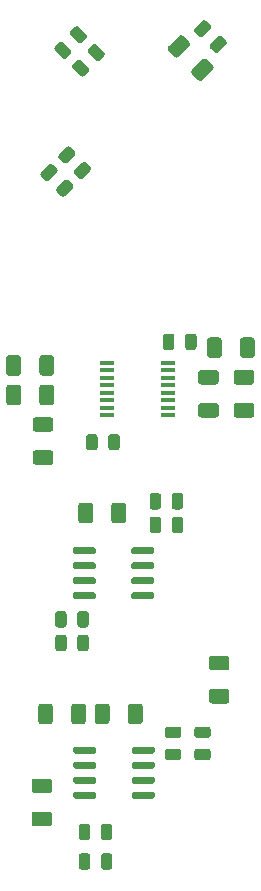
<source format=gbr>
%TF.GenerationSoftware,KiCad,Pcbnew,(5.1.6-0-10_14)*%
%TF.CreationDate,2020-08-22T01:25:31+09:00*%
%TF.ProjectId,break,62726561-6b2e-46b6-9963-61645f706362,rev?*%
%TF.SameCoordinates,Original*%
%TF.FileFunction,Paste,Top*%
%TF.FilePolarity,Positive*%
%FSLAX46Y46*%
G04 Gerber Fmt 4.6, Leading zero omitted, Abs format (unit mm)*
G04 Created by KiCad (PCBNEW (5.1.6-0-10_14)) date 2020-08-22 01:25:31*
%MOMM*%
%LPD*%
G01*
G04 APERTURE LIST*
%ADD10R,1.200000X0.400000*%
G04 APERTURE END LIST*
%TO.C,C1*%
G36*
G01*
X456250Y-141425000D02*
X-456250Y-141425000D01*
G75*
G02*
X-700000Y-141181250I0J243750D01*
G01*
X-700000Y-140693750D01*
G75*
G02*
X-456250Y-140450000I243750J0D01*
G01*
X456250Y-140450000D01*
G75*
G02*
X700000Y-140693750I0J-243750D01*
G01*
X700000Y-141181250D01*
G75*
G02*
X456250Y-141425000I-243750J0D01*
G01*
G37*
G36*
G01*
X456250Y-139550000D02*
X-456250Y-139550000D01*
G75*
G02*
X-700000Y-139306250I0J243750D01*
G01*
X-700000Y-138818750D01*
G75*
G02*
X-456250Y-138575000I243750J0D01*
G01*
X456250Y-138575000D01*
G75*
G02*
X700000Y-138818750I0J-243750D01*
G01*
X700000Y-139306250D01*
G75*
G02*
X456250Y-139550000I-243750J0D01*
G01*
G37*
%TD*%
%TO.C,C2*%
G36*
G01*
X2956250Y-139550000D02*
X2043750Y-139550000D01*
G75*
G02*
X1800000Y-139306250I0J243750D01*
G01*
X1800000Y-138818750D01*
G75*
G02*
X2043750Y-138575000I243750J0D01*
G01*
X2956250Y-138575000D01*
G75*
G02*
X3200000Y-138818750I0J-243750D01*
G01*
X3200000Y-139306250D01*
G75*
G02*
X2956250Y-139550000I-243750J0D01*
G01*
G37*
G36*
G01*
X2956250Y-141425000D02*
X2043750Y-141425000D01*
G75*
G02*
X1800000Y-141181250I0J243750D01*
G01*
X1800000Y-140693750D01*
G75*
G02*
X2043750Y-140450000I243750J0D01*
G01*
X2956250Y-140450000D01*
G75*
G02*
X3200000Y-140693750I0J-243750D01*
G01*
X3200000Y-141181250D01*
G75*
G02*
X2956250Y-141425000I-243750J0D01*
G01*
G37*
%TD*%
%TO.C,C3*%
G36*
G01*
X-6112500Y-147956250D02*
X-6112500Y-147043750D01*
G75*
G02*
X-5868750Y-146800000I243750J0D01*
G01*
X-5381250Y-146800000D01*
G75*
G02*
X-5137500Y-147043750I0J-243750D01*
G01*
X-5137500Y-147956250D01*
G75*
G02*
X-5381250Y-148200000I-243750J0D01*
G01*
X-5868750Y-148200000D01*
G75*
G02*
X-6112500Y-147956250I0J243750D01*
G01*
G37*
G36*
G01*
X-7987500Y-147956250D02*
X-7987500Y-147043750D01*
G75*
G02*
X-7743750Y-146800000I243750J0D01*
G01*
X-7256250Y-146800000D01*
G75*
G02*
X-7012500Y-147043750I0J-243750D01*
G01*
X-7012500Y-147956250D01*
G75*
G02*
X-7256250Y-148200000I-243750J0D01*
G01*
X-7743750Y-148200000D01*
G75*
G02*
X-7987500Y-147956250I0J243750D01*
G01*
G37*
%TD*%
%TO.C,C4*%
G36*
G01*
X-7987500Y-150456250D02*
X-7987500Y-149543750D01*
G75*
G02*
X-7743750Y-149300000I243750J0D01*
G01*
X-7256250Y-149300000D01*
G75*
G02*
X-7012500Y-149543750I0J-243750D01*
G01*
X-7012500Y-150456250D01*
G75*
G02*
X-7256250Y-150700000I-243750J0D01*
G01*
X-7743750Y-150700000D01*
G75*
G02*
X-7987500Y-150456250I0J243750D01*
G01*
G37*
G36*
G01*
X-6112500Y-150456250D02*
X-6112500Y-149543750D01*
G75*
G02*
X-5868750Y-149300000I243750J0D01*
G01*
X-5381250Y-149300000D01*
G75*
G02*
X-5137500Y-149543750I0J-243750D01*
G01*
X-5137500Y-150456250D01*
G75*
G02*
X-5381250Y-150700000I-243750J0D01*
G01*
X-5868750Y-150700000D01*
G75*
G02*
X-6112500Y-150456250I0J243750D01*
G01*
G37*
%TD*%
%TO.C,C5*%
G36*
G01*
X-9987500Y-129956250D02*
X-9987500Y-129043750D01*
G75*
G02*
X-9743750Y-128800000I243750J0D01*
G01*
X-9256250Y-128800000D01*
G75*
G02*
X-9012500Y-129043750I0J-243750D01*
G01*
X-9012500Y-129956250D01*
G75*
G02*
X-9256250Y-130200000I-243750J0D01*
G01*
X-9743750Y-130200000D01*
G75*
G02*
X-9987500Y-129956250I0J243750D01*
G01*
G37*
G36*
G01*
X-8112500Y-129956250D02*
X-8112500Y-129043750D01*
G75*
G02*
X-7868750Y-128800000I243750J0D01*
G01*
X-7381250Y-128800000D01*
G75*
G02*
X-7137500Y-129043750I0J-243750D01*
G01*
X-7137500Y-129956250D01*
G75*
G02*
X-7381250Y-130200000I-243750J0D01*
G01*
X-7868750Y-130200000D01*
G75*
G02*
X-8112500Y-129956250I0J243750D01*
G01*
G37*
%TD*%
%TO.C,C6*%
G36*
G01*
X-9987500Y-131956250D02*
X-9987500Y-131043750D01*
G75*
G02*
X-9743750Y-130800000I243750J0D01*
G01*
X-9256250Y-130800000D01*
G75*
G02*
X-9012500Y-131043750I0J-243750D01*
G01*
X-9012500Y-131956250D01*
G75*
G02*
X-9256250Y-132200000I-243750J0D01*
G01*
X-9743750Y-132200000D01*
G75*
G02*
X-9987500Y-131956250I0J243750D01*
G01*
G37*
G36*
G01*
X-8112500Y-131956250D02*
X-8112500Y-131043750D01*
G75*
G02*
X-7868750Y-130800000I243750J0D01*
G01*
X-7381250Y-130800000D01*
G75*
G02*
X-7137500Y-131043750I0J-243750D01*
G01*
X-7137500Y-131956250D01*
G75*
G02*
X-7381250Y-132200000I-243750J0D01*
G01*
X-7868750Y-132200000D01*
G75*
G02*
X-8112500Y-131956250I0J243750D01*
G01*
G37*
%TD*%
%TO.C,C7*%
G36*
G01*
X-1987500Y-121956250D02*
X-1987500Y-121043750D01*
G75*
G02*
X-1743750Y-120800000I243750J0D01*
G01*
X-1256250Y-120800000D01*
G75*
G02*
X-1012500Y-121043750I0J-243750D01*
G01*
X-1012500Y-121956250D01*
G75*
G02*
X-1256250Y-122200000I-243750J0D01*
G01*
X-1743750Y-122200000D01*
G75*
G02*
X-1987500Y-121956250I0J243750D01*
G01*
G37*
G36*
G01*
X-112500Y-121956250D02*
X-112500Y-121043750D01*
G75*
G02*
X131250Y-120800000I243750J0D01*
G01*
X618750Y-120800000D01*
G75*
G02*
X862500Y-121043750I0J-243750D01*
G01*
X862500Y-121956250D01*
G75*
G02*
X618750Y-122200000I-243750J0D01*
G01*
X131250Y-122200000D01*
G75*
G02*
X-112500Y-121956250I0J243750D01*
G01*
G37*
%TD*%
%TO.C,C8*%
G36*
G01*
X-112500Y-119956250D02*
X-112500Y-119043750D01*
G75*
G02*
X131250Y-118800000I243750J0D01*
G01*
X618750Y-118800000D01*
G75*
G02*
X862500Y-119043750I0J-243750D01*
G01*
X862500Y-119956250D01*
G75*
G02*
X618750Y-120200000I-243750J0D01*
G01*
X131250Y-120200000D01*
G75*
G02*
X-112500Y-119956250I0J243750D01*
G01*
G37*
G36*
G01*
X-1987500Y-119956250D02*
X-1987500Y-119043750D01*
G75*
G02*
X-1743750Y-118800000I243750J0D01*
G01*
X-1256250Y-118800000D01*
G75*
G02*
X-1012500Y-119043750I0J-243750D01*
G01*
X-1012500Y-119956250D01*
G75*
G02*
X-1256250Y-120200000I-243750J0D01*
G01*
X-1743750Y-120200000D01*
G75*
G02*
X-1987500Y-119956250I0J243750D01*
G01*
G37*
%TD*%
%TO.C,C9*%
G36*
G01*
X-7006842Y-91522097D02*
X-7652077Y-92167332D01*
G75*
G02*
X-7996791Y-92167332I-172357J172357D01*
G01*
X-8341506Y-91822617D01*
G75*
G02*
X-8341506Y-91477903I172357J172357D01*
G01*
X-7696271Y-90832668D01*
G75*
G02*
X-7351557Y-90832668I172357J-172357D01*
G01*
X-7006842Y-91177383D01*
G75*
G02*
X-7006842Y-91522097I-172357J-172357D01*
G01*
G37*
G36*
G01*
X-8332668Y-90196271D02*
X-8977903Y-90841506D01*
G75*
G02*
X-9322617Y-90841506I-172357J172357D01*
G01*
X-9667332Y-90496791D01*
G75*
G02*
X-9667332Y-90152077I172357J172357D01*
G01*
X-9022097Y-89506842D01*
G75*
G02*
X-8677383Y-89506842I172357J-172357D01*
G01*
X-8332668Y-89851557D01*
G75*
G02*
X-8332668Y-90196271I-172357J-172357D01*
G01*
G37*
%TD*%
%TO.C,C10*%
G36*
G01*
X-9832668Y-91696271D02*
X-10477903Y-92341506D01*
G75*
G02*
X-10822617Y-92341506I-172357J172357D01*
G01*
X-11167332Y-91996791D01*
G75*
G02*
X-11167332Y-91652077I172357J172357D01*
G01*
X-10522097Y-91006842D01*
G75*
G02*
X-10177383Y-91006842I172357J-172357D01*
G01*
X-9832668Y-91351557D01*
G75*
G02*
X-9832668Y-91696271I-172357J-172357D01*
G01*
G37*
G36*
G01*
X-8506842Y-93022097D02*
X-9152077Y-93667332D01*
G75*
G02*
X-9496791Y-93667332I-172357J172357D01*
G01*
X-9841506Y-93322617D01*
G75*
G02*
X-9841506Y-92977903I172357J172357D01*
G01*
X-9196271Y-92332668D01*
G75*
G02*
X-8851557Y-92332668I172357J-172357D01*
G01*
X-8506842Y-92677383D01*
G75*
G02*
X-8506842Y-93022097I-172357J-172357D01*
G01*
G37*
%TD*%
%TO.C,C11*%
G36*
G01*
X-6477903Y-80832668D02*
X-5832668Y-81477903D01*
G75*
G02*
X-5832668Y-81822617I-172357J-172357D01*
G01*
X-6177383Y-82167332D01*
G75*
G02*
X-6522097Y-82167332I-172357J172357D01*
G01*
X-7167332Y-81522097D01*
G75*
G02*
X-7167332Y-81177383I172357J172357D01*
G01*
X-6822617Y-80832668D01*
G75*
G02*
X-6477903Y-80832668I172357J-172357D01*
G01*
G37*
G36*
G01*
X-7803729Y-82158494D02*
X-7158494Y-82803729D01*
G75*
G02*
X-7158494Y-83148443I-172357J-172357D01*
G01*
X-7503209Y-83493158D01*
G75*
G02*
X-7847923Y-83493158I-172357J172357D01*
G01*
X-8493158Y-82847923D01*
G75*
G02*
X-8493158Y-82503209I172357J172357D01*
G01*
X-8148443Y-82158494D01*
G75*
G02*
X-7803729Y-82158494I172357J-172357D01*
G01*
G37*
%TD*%
%TO.C,C12*%
G36*
G01*
X3158494Y-80803729D02*
X3803729Y-80158494D01*
G75*
G02*
X4148443Y-80158494I172357J-172357D01*
G01*
X4493158Y-80503209D01*
G75*
G02*
X4493158Y-80847923I-172357J-172357D01*
G01*
X3847923Y-81493158D01*
G75*
G02*
X3503209Y-81493158I-172357J172357D01*
G01*
X3158494Y-81148443D01*
G75*
G02*
X3158494Y-80803729I172357J172357D01*
G01*
G37*
G36*
G01*
X1832668Y-79477903D02*
X2477903Y-78832668D01*
G75*
G02*
X2822617Y-78832668I172357J-172357D01*
G01*
X3167332Y-79177383D01*
G75*
G02*
X3167332Y-79522097I-172357J-172357D01*
G01*
X2522097Y-80167332D01*
G75*
G02*
X2177383Y-80167332I-172357J172357D01*
G01*
X1832668Y-79822617D01*
G75*
G02*
X1832668Y-79477903I172357J172357D01*
G01*
G37*
%TD*%
%TO.C,C13*%
G36*
G01*
X-9303729Y-80658494D02*
X-8658494Y-81303729D01*
G75*
G02*
X-8658494Y-81648443I-172357J-172357D01*
G01*
X-9003209Y-81993158D01*
G75*
G02*
X-9347923Y-81993158I-172357J172357D01*
G01*
X-9993158Y-81347923D01*
G75*
G02*
X-9993158Y-81003209I172357J172357D01*
G01*
X-9648443Y-80658494D01*
G75*
G02*
X-9303729Y-80658494I172357J-172357D01*
G01*
G37*
G36*
G01*
X-7977903Y-79332668D02*
X-7332668Y-79977903D01*
G75*
G02*
X-7332668Y-80322617I-172357J-172357D01*
G01*
X-7677383Y-80667332D01*
G75*
G02*
X-8022097Y-80667332I-172357J172357D01*
G01*
X-8667332Y-80022097D01*
G75*
G02*
X-8667332Y-79677383I172357J172357D01*
G01*
X-8322617Y-79332668D01*
G75*
G02*
X-7977903Y-79332668I172357J-172357D01*
G01*
G37*
%TD*%
%TO.C,C14*%
G36*
G01*
X-5487500Y-114956250D02*
X-5487500Y-114043750D01*
G75*
G02*
X-5243750Y-113800000I243750J0D01*
G01*
X-4756250Y-113800000D01*
G75*
G02*
X-4512500Y-114043750I0J-243750D01*
G01*
X-4512500Y-114956250D01*
G75*
G02*
X-4756250Y-115200000I-243750J0D01*
G01*
X-5243750Y-115200000D01*
G75*
G02*
X-5487500Y-114956250I0J243750D01*
G01*
G37*
G36*
G01*
X-7362500Y-114956250D02*
X-7362500Y-114043750D01*
G75*
G02*
X-7118750Y-113800000I243750J0D01*
G01*
X-6631250Y-113800000D01*
G75*
G02*
X-6387500Y-114043750I0J-243750D01*
G01*
X-6387500Y-114956250D01*
G75*
G02*
X-6631250Y-115200000I-243750J0D01*
G01*
X-7118750Y-115200000D01*
G75*
G02*
X-7362500Y-114956250I0J243750D01*
G01*
G37*
%TD*%
%TO.C,C15*%
G36*
G01*
X-862500Y-106456250D02*
X-862500Y-105543750D01*
G75*
G02*
X-618750Y-105300000I243750J0D01*
G01*
X-131250Y-105300000D01*
G75*
G02*
X112500Y-105543750I0J-243750D01*
G01*
X112500Y-106456250D01*
G75*
G02*
X-131250Y-106700000I-243750J0D01*
G01*
X-618750Y-106700000D01*
G75*
G02*
X-862500Y-106456250I0J243750D01*
G01*
G37*
G36*
G01*
X1012500Y-106456250D02*
X1012500Y-105543750D01*
G75*
G02*
X1256250Y-105300000I243750J0D01*
G01*
X1743750Y-105300000D01*
G75*
G02*
X1987500Y-105543750I0J-243750D01*
G01*
X1987500Y-106456250D01*
G75*
G02*
X1743750Y-106700000I-243750J0D01*
G01*
X1256250Y-106700000D01*
G75*
G02*
X1012500Y-106456250I0J243750D01*
G01*
G37*
%TD*%
%TO.C,R1*%
G36*
G01*
X-11725000Y-142975000D02*
X-10475000Y-142975000D01*
G75*
G02*
X-10225000Y-143225000I0J-250000D01*
G01*
X-10225000Y-143975000D01*
G75*
G02*
X-10475000Y-144225000I-250000J0D01*
G01*
X-11725000Y-144225000D01*
G75*
G02*
X-11975000Y-143975000I0J250000D01*
G01*
X-11975000Y-143225000D01*
G75*
G02*
X-11725000Y-142975000I250000J0D01*
G01*
G37*
G36*
G01*
X-11725000Y-145775000D02*
X-10475000Y-145775000D01*
G75*
G02*
X-10225000Y-146025000I0J-250000D01*
G01*
X-10225000Y-146775000D01*
G75*
G02*
X-10475000Y-147025000I-250000J0D01*
G01*
X-11725000Y-147025000D01*
G75*
G02*
X-11975000Y-146775000I0J250000D01*
G01*
X-11975000Y-146025000D01*
G75*
G02*
X-11725000Y-145775000I250000J0D01*
G01*
G37*
%TD*%
%TO.C,R2*%
G36*
G01*
X-5375000Y-136875000D02*
X-5375000Y-138125000D01*
G75*
G02*
X-5625000Y-138375000I-250000J0D01*
G01*
X-6375000Y-138375000D01*
G75*
G02*
X-6625000Y-138125000I0J250000D01*
G01*
X-6625000Y-136875000D01*
G75*
G02*
X-6375000Y-136625000I250000J0D01*
G01*
X-5625000Y-136625000D01*
G75*
G02*
X-5375000Y-136875000I0J-250000D01*
G01*
G37*
G36*
G01*
X-2575000Y-136875000D02*
X-2575000Y-138125000D01*
G75*
G02*
X-2825000Y-138375000I-250000J0D01*
G01*
X-3575000Y-138375000D01*
G75*
G02*
X-3825000Y-138125000I0J250000D01*
G01*
X-3825000Y-136875000D01*
G75*
G02*
X-3575000Y-136625000I250000J0D01*
G01*
X-2825000Y-136625000D01*
G75*
G02*
X-2575000Y-136875000I0J-250000D01*
G01*
G37*
%TD*%
%TO.C,R3*%
G36*
G01*
X-7375000Y-136875000D02*
X-7375000Y-138125000D01*
G75*
G02*
X-7625000Y-138375000I-250000J0D01*
G01*
X-8375000Y-138375000D01*
G75*
G02*
X-8625000Y-138125000I0J250000D01*
G01*
X-8625000Y-136875000D01*
G75*
G02*
X-8375000Y-136625000I250000J0D01*
G01*
X-7625000Y-136625000D01*
G75*
G02*
X-7375000Y-136875000I0J-250000D01*
G01*
G37*
G36*
G01*
X-10175000Y-136875000D02*
X-10175000Y-138125000D01*
G75*
G02*
X-10425000Y-138375000I-250000J0D01*
G01*
X-11175000Y-138375000D01*
G75*
G02*
X-11425000Y-138125000I0J250000D01*
G01*
X-11425000Y-136875000D01*
G75*
G02*
X-11175000Y-136625000I250000J0D01*
G01*
X-10425000Y-136625000D01*
G75*
G02*
X-10175000Y-136875000I0J-250000D01*
G01*
G37*
%TD*%
%TO.C,R4*%
G36*
G01*
X3275000Y-135375000D02*
X4525000Y-135375000D01*
G75*
G02*
X4775000Y-135625000I0J-250000D01*
G01*
X4775000Y-136375000D01*
G75*
G02*
X4525000Y-136625000I-250000J0D01*
G01*
X3275000Y-136625000D01*
G75*
G02*
X3025000Y-136375000I0J250000D01*
G01*
X3025000Y-135625000D01*
G75*
G02*
X3275000Y-135375000I250000J0D01*
G01*
G37*
G36*
G01*
X3275000Y-132575000D02*
X4525000Y-132575000D01*
G75*
G02*
X4775000Y-132825000I0J-250000D01*
G01*
X4775000Y-133575000D01*
G75*
G02*
X4525000Y-133825000I-250000J0D01*
G01*
X3275000Y-133825000D01*
G75*
G02*
X3025000Y-133575000I0J250000D01*
G01*
X3025000Y-132825000D01*
G75*
G02*
X3275000Y-132575000I250000J0D01*
G01*
G37*
%TD*%
%TO.C,R5*%
G36*
G01*
X-5225000Y-121125000D02*
X-5225000Y-119875000D01*
G75*
G02*
X-4975000Y-119625000I250000J0D01*
G01*
X-4225000Y-119625000D01*
G75*
G02*
X-3975000Y-119875000I0J-250000D01*
G01*
X-3975000Y-121125000D01*
G75*
G02*
X-4225000Y-121375000I-250000J0D01*
G01*
X-4975000Y-121375000D01*
G75*
G02*
X-5225000Y-121125000I0J250000D01*
G01*
G37*
G36*
G01*
X-8025000Y-121125000D02*
X-8025000Y-119875000D01*
G75*
G02*
X-7775000Y-119625000I250000J0D01*
G01*
X-7025000Y-119625000D01*
G75*
G02*
X-6775000Y-119875000I0J-250000D01*
G01*
X-6775000Y-121125000D01*
G75*
G02*
X-7025000Y-121375000I-250000J0D01*
G01*
X-7775000Y-121375000D01*
G75*
G02*
X-8025000Y-121125000I0J250000D01*
G01*
G37*
%TD*%
%TO.C,R6*%
G36*
G01*
X-383883Y-80989949D02*
X500000Y-80106065D01*
G75*
G02*
X853554Y-80106065I176777J-176777D01*
G01*
X1383884Y-80636395D01*
G75*
G02*
X1383884Y-80989949I-176777J-176777D01*
G01*
X500000Y-81873833D01*
G75*
G02*
X146446Y-81873833I-176777J176777D01*
G01*
X-383884Y-81343503D01*
G75*
G02*
X-383884Y-80989949I176777J176777D01*
G01*
G37*
G36*
G01*
X1596015Y-82969847D02*
X2479898Y-82085963D01*
G75*
G02*
X2833452Y-82085963I176777J-176777D01*
G01*
X3363782Y-82616293D01*
G75*
G02*
X3363782Y-82969847I-176777J-176777D01*
G01*
X2479898Y-83853731D01*
G75*
G02*
X2126344Y-83853731I-176777J176777D01*
G01*
X1596014Y-83323401D01*
G75*
G02*
X1596014Y-82969847I176777J176777D01*
G01*
G37*
%TD*%
%TO.C,R7*%
G36*
G01*
X6625000Y-112425000D02*
X5375000Y-112425000D01*
G75*
G02*
X5125000Y-112175000I0J250000D01*
G01*
X5125000Y-111425000D01*
G75*
G02*
X5375000Y-111175000I250000J0D01*
G01*
X6625000Y-111175000D01*
G75*
G02*
X6875000Y-111425000I0J-250000D01*
G01*
X6875000Y-112175000D01*
G75*
G02*
X6625000Y-112425000I-250000J0D01*
G01*
G37*
G36*
G01*
X6625000Y-109625000D02*
X5375000Y-109625000D01*
G75*
G02*
X5125000Y-109375000I0J250000D01*
G01*
X5125000Y-108625000D01*
G75*
G02*
X5375000Y-108375000I250000J0D01*
G01*
X6625000Y-108375000D01*
G75*
G02*
X6875000Y-108625000I0J-250000D01*
G01*
X6875000Y-109375000D01*
G75*
G02*
X6625000Y-109625000I-250000J0D01*
G01*
G37*
%TD*%
%TO.C,R8*%
G36*
G01*
X2875000Y-107125000D02*
X2875000Y-105875000D01*
G75*
G02*
X3125000Y-105625000I250000J0D01*
G01*
X3875000Y-105625000D01*
G75*
G02*
X4125000Y-105875000I0J-250000D01*
G01*
X4125000Y-107125000D01*
G75*
G02*
X3875000Y-107375000I-250000J0D01*
G01*
X3125000Y-107375000D01*
G75*
G02*
X2875000Y-107125000I0J250000D01*
G01*
G37*
G36*
G01*
X5675000Y-107125000D02*
X5675000Y-105875000D01*
G75*
G02*
X5925000Y-105625000I250000J0D01*
G01*
X6675000Y-105625000D01*
G75*
G02*
X6925000Y-105875000I0J-250000D01*
G01*
X6925000Y-107125000D01*
G75*
G02*
X6675000Y-107375000I-250000J0D01*
G01*
X5925000Y-107375000D01*
G75*
G02*
X5675000Y-107125000I0J250000D01*
G01*
G37*
%TD*%
%TO.C,R9*%
G36*
G01*
X2375000Y-111175000D02*
X3625000Y-111175000D01*
G75*
G02*
X3875000Y-111425000I0J-250000D01*
G01*
X3875000Y-112175000D01*
G75*
G02*
X3625000Y-112425000I-250000J0D01*
G01*
X2375000Y-112425000D01*
G75*
G02*
X2125000Y-112175000I0J250000D01*
G01*
X2125000Y-111425000D01*
G75*
G02*
X2375000Y-111175000I250000J0D01*
G01*
G37*
G36*
G01*
X2375000Y-108375000D02*
X3625000Y-108375000D01*
G75*
G02*
X3875000Y-108625000I0J-250000D01*
G01*
X3875000Y-109375000D01*
G75*
G02*
X3625000Y-109625000I-250000J0D01*
G01*
X2375000Y-109625000D01*
G75*
G02*
X2125000Y-109375000I0J250000D01*
G01*
X2125000Y-108625000D01*
G75*
G02*
X2375000Y-108375000I250000J0D01*
G01*
G37*
%TD*%
%TO.C,R10*%
G36*
G01*
X-11325000Y-111125000D02*
X-11325000Y-109875000D01*
G75*
G02*
X-11075000Y-109625000I250000J0D01*
G01*
X-10325000Y-109625000D01*
G75*
G02*
X-10075000Y-109875000I0J-250000D01*
G01*
X-10075000Y-111125000D01*
G75*
G02*
X-10325000Y-111375000I-250000J0D01*
G01*
X-11075000Y-111375000D01*
G75*
G02*
X-11325000Y-111125000I0J250000D01*
G01*
G37*
G36*
G01*
X-14125000Y-111125000D02*
X-14125000Y-109875000D01*
G75*
G02*
X-13875000Y-109625000I250000J0D01*
G01*
X-13125000Y-109625000D01*
G75*
G02*
X-12875000Y-109875000I0J-250000D01*
G01*
X-12875000Y-111125000D01*
G75*
G02*
X-13125000Y-111375000I-250000J0D01*
G01*
X-13875000Y-111375000D01*
G75*
G02*
X-14125000Y-111125000I0J250000D01*
G01*
G37*
%TD*%
%TO.C,R11*%
G36*
G01*
X-10375000Y-113625000D02*
X-11625000Y-113625000D01*
G75*
G02*
X-11875000Y-113375000I0J250000D01*
G01*
X-11875000Y-112625000D01*
G75*
G02*
X-11625000Y-112375000I250000J0D01*
G01*
X-10375000Y-112375000D01*
G75*
G02*
X-10125000Y-112625000I0J-250000D01*
G01*
X-10125000Y-113375000D01*
G75*
G02*
X-10375000Y-113625000I-250000J0D01*
G01*
G37*
G36*
G01*
X-10375000Y-116425000D02*
X-11625000Y-116425000D01*
G75*
G02*
X-11875000Y-116175000I0J250000D01*
G01*
X-11875000Y-115425000D01*
G75*
G02*
X-11625000Y-115175000I250000J0D01*
G01*
X-10375000Y-115175000D01*
G75*
G02*
X-10125000Y-115425000I0J-250000D01*
G01*
X-10125000Y-116175000D01*
G75*
G02*
X-10375000Y-116425000I-250000J0D01*
G01*
G37*
%TD*%
%TO.C,R12*%
G36*
G01*
X-14125000Y-108625000D02*
X-14125000Y-107375000D01*
G75*
G02*
X-13875000Y-107125000I250000J0D01*
G01*
X-13125000Y-107125000D01*
G75*
G02*
X-12875000Y-107375000I0J-250000D01*
G01*
X-12875000Y-108625000D01*
G75*
G02*
X-13125000Y-108875000I-250000J0D01*
G01*
X-13875000Y-108875000D01*
G75*
G02*
X-14125000Y-108625000I0J250000D01*
G01*
G37*
G36*
G01*
X-11325000Y-108625000D02*
X-11325000Y-107375000D01*
G75*
G02*
X-11075000Y-107125000I250000J0D01*
G01*
X-10325000Y-107125000D01*
G75*
G02*
X-10075000Y-107375000I0J-250000D01*
G01*
X-10075000Y-108625000D01*
G75*
G02*
X-10325000Y-108875000I-250000J0D01*
G01*
X-11075000Y-108875000D01*
G75*
G02*
X-11325000Y-108625000I0J250000D01*
G01*
G37*
%TD*%
%TO.C,U1*%
G36*
G01*
X-3500000Y-140745000D02*
X-3500000Y-140445000D01*
G75*
G02*
X-3350000Y-140295000I150000J0D01*
G01*
X-1700000Y-140295000D01*
G75*
G02*
X-1550000Y-140445000I0J-150000D01*
G01*
X-1550000Y-140745000D01*
G75*
G02*
X-1700000Y-140895000I-150000J0D01*
G01*
X-3350000Y-140895000D01*
G75*
G02*
X-3500000Y-140745000I0J150000D01*
G01*
G37*
G36*
G01*
X-3500000Y-142015000D02*
X-3500000Y-141715000D01*
G75*
G02*
X-3350000Y-141565000I150000J0D01*
G01*
X-1700000Y-141565000D01*
G75*
G02*
X-1550000Y-141715000I0J-150000D01*
G01*
X-1550000Y-142015000D01*
G75*
G02*
X-1700000Y-142165000I-150000J0D01*
G01*
X-3350000Y-142165000D01*
G75*
G02*
X-3500000Y-142015000I0J150000D01*
G01*
G37*
G36*
G01*
X-3500000Y-143285000D02*
X-3500000Y-142985000D01*
G75*
G02*
X-3350000Y-142835000I150000J0D01*
G01*
X-1700000Y-142835000D01*
G75*
G02*
X-1550000Y-142985000I0J-150000D01*
G01*
X-1550000Y-143285000D01*
G75*
G02*
X-1700000Y-143435000I-150000J0D01*
G01*
X-3350000Y-143435000D01*
G75*
G02*
X-3500000Y-143285000I0J150000D01*
G01*
G37*
G36*
G01*
X-3500000Y-144555000D02*
X-3500000Y-144255000D01*
G75*
G02*
X-3350000Y-144105000I150000J0D01*
G01*
X-1700000Y-144105000D01*
G75*
G02*
X-1550000Y-144255000I0J-150000D01*
G01*
X-1550000Y-144555000D01*
G75*
G02*
X-1700000Y-144705000I-150000J0D01*
G01*
X-3350000Y-144705000D01*
G75*
G02*
X-3500000Y-144555000I0J150000D01*
G01*
G37*
G36*
G01*
X-8450000Y-144555000D02*
X-8450000Y-144255000D01*
G75*
G02*
X-8300000Y-144105000I150000J0D01*
G01*
X-6650000Y-144105000D01*
G75*
G02*
X-6500000Y-144255000I0J-150000D01*
G01*
X-6500000Y-144555000D01*
G75*
G02*
X-6650000Y-144705000I-150000J0D01*
G01*
X-8300000Y-144705000D01*
G75*
G02*
X-8450000Y-144555000I0J150000D01*
G01*
G37*
G36*
G01*
X-8450000Y-143285000D02*
X-8450000Y-142985000D01*
G75*
G02*
X-8300000Y-142835000I150000J0D01*
G01*
X-6650000Y-142835000D01*
G75*
G02*
X-6500000Y-142985000I0J-150000D01*
G01*
X-6500000Y-143285000D01*
G75*
G02*
X-6650000Y-143435000I-150000J0D01*
G01*
X-8300000Y-143435000D01*
G75*
G02*
X-8450000Y-143285000I0J150000D01*
G01*
G37*
G36*
G01*
X-8450000Y-142015000D02*
X-8450000Y-141715000D01*
G75*
G02*
X-8300000Y-141565000I150000J0D01*
G01*
X-6650000Y-141565000D01*
G75*
G02*
X-6500000Y-141715000I0J-150000D01*
G01*
X-6500000Y-142015000D01*
G75*
G02*
X-6650000Y-142165000I-150000J0D01*
G01*
X-8300000Y-142165000D01*
G75*
G02*
X-8450000Y-142015000I0J150000D01*
G01*
G37*
G36*
G01*
X-8450000Y-140745000D02*
X-8450000Y-140445000D01*
G75*
G02*
X-8300000Y-140295000I150000J0D01*
G01*
X-6650000Y-140295000D01*
G75*
G02*
X-6500000Y-140445000I0J-150000D01*
G01*
X-6500000Y-140745000D01*
G75*
G02*
X-6650000Y-140895000I-150000J0D01*
G01*
X-8300000Y-140895000D01*
G75*
G02*
X-8450000Y-140745000I0J150000D01*
G01*
G37*
%TD*%
%TO.C,U2*%
G36*
G01*
X-1575000Y-127350000D02*
X-1575000Y-127650000D01*
G75*
G02*
X-1725000Y-127800000I-150000J0D01*
G01*
X-3375000Y-127800000D01*
G75*
G02*
X-3525000Y-127650000I0J150000D01*
G01*
X-3525000Y-127350000D01*
G75*
G02*
X-3375000Y-127200000I150000J0D01*
G01*
X-1725000Y-127200000D01*
G75*
G02*
X-1575000Y-127350000I0J-150000D01*
G01*
G37*
G36*
G01*
X-1575000Y-126080000D02*
X-1575000Y-126380000D01*
G75*
G02*
X-1725000Y-126530000I-150000J0D01*
G01*
X-3375000Y-126530000D01*
G75*
G02*
X-3525000Y-126380000I0J150000D01*
G01*
X-3525000Y-126080000D01*
G75*
G02*
X-3375000Y-125930000I150000J0D01*
G01*
X-1725000Y-125930000D01*
G75*
G02*
X-1575000Y-126080000I0J-150000D01*
G01*
G37*
G36*
G01*
X-1575000Y-124810000D02*
X-1575000Y-125110000D01*
G75*
G02*
X-1725000Y-125260000I-150000J0D01*
G01*
X-3375000Y-125260000D01*
G75*
G02*
X-3525000Y-125110000I0J150000D01*
G01*
X-3525000Y-124810000D01*
G75*
G02*
X-3375000Y-124660000I150000J0D01*
G01*
X-1725000Y-124660000D01*
G75*
G02*
X-1575000Y-124810000I0J-150000D01*
G01*
G37*
G36*
G01*
X-1575000Y-123540000D02*
X-1575000Y-123840000D01*
G75*
G02*
X-1725000Y-123990000I-150000J0D01*
G01*
X-3375000Y-123990000D01*
G75*
G02*
X-3525000Y-123840000I0J150000D01*
G01*
X-3525000Y-123540000D01*
G75*
G02*
X-3375000Y-123390000I150000J0D01*
G01*
X-1725000Y-123390000D01*
G75*
G02*
X-1575000Y-123540000I0J-150000D01*
G01*
G37*
G36*
G01*
X-6525000Y-123540000D02*
X-6525000Y-123840000D01*
G75*
G02*
X-6675000Y-123990000I-150000J0D01*
G01*
X-8325000Y-123990000D01*
G75*
G02*
X-8475000Y-123840000I0J150000D01*
G01*
X-8475000Y-123540000D01*
G75*
G02*
X-8325000Y-123390000I150000J0D01*
G01*
X-6675000Y-123390000D01*
G75*
G02*
X-6525000Y-123540000I0J-150000D01*
G01*
G37*
G36*
G01*
X-6525000Y-124810000D02*
X-6525000Y-125110000D01*
G75*
G02*
X-6675000Y-125260000I-150000J0D01*
G01*
X-8325000Y-125260000D01*
G75*
G02*
X-8475000Y-125110000I0J150000D01*
G01*
X-8475000Y-124810000D01*
G75*
G02*
X-8325000Y-124660000I150000J0D01*
G01*
X-6675000Y-124660000D01*
G75*
G02*
X-6525000Y-124810000I0J-150000D01*
G01*
G37*
G36*
G01*
X-6525000Y-126080000D02*
X-6525000Y-126380000D01*
G75*
G02*
X-6675000Y-126530000I-150000J0D01*
G01*
X-8325000Y-126530000D01*
G75*
G02*
X-8475000Y-126380000I0J150000D01*
G01*
X-8475000Y-126080000D01*
G75*
G02*
X-8325000Y-125930000I150000J0D01*
G01*
X-6675000Y-125930000D01*
G75*
G02*
X-6525000Y-126080000I0J-150000D01*
G01*
G37*
G36*
G01*
X-6525000Y-127350000D02*
X-6525000Y-127650000D01*
G75*
G02*
X-6675000Y-127800000I-150000J0D01*
G01*
X-8325000Y-127800000D01*
G75*
G02*
X-8475000Y-127650000I0J150000D01*
G01*
X-8475000Y-127350000D01*
G75*
G02*
X-8325000Y-127200000I150000J0D01*
G01*
X-6675000Y-127200000D01*
G75*
G02*
X-6525000Y-127350000I0J-150000D01*
G01*
G37*
%TD*%
D10*
%TO.C,U4*%
X-400000Y-112222500D03*
X-400000Y-111587500D03*
X-400000Y-110952500D03*
X-400000Y-110317500D03*
X-400000Y-109682500D03*
X-400000Y-109047500D03*
X-400000Y-108412500D03*
X-400000Y-107777500D03*
X-5600000Y-107777500D03*
X-5600000Y-108412500D03*
X-5600000Y-109047500D03*
X-5600000Y-109682500D03*
X-5600000Y-110317500D03*
X-5600000Y-110952500D03*
X-5600000Y-111587500D03*
X-5600000Y-112222500D03*
%TD*%
M02*

</source>
